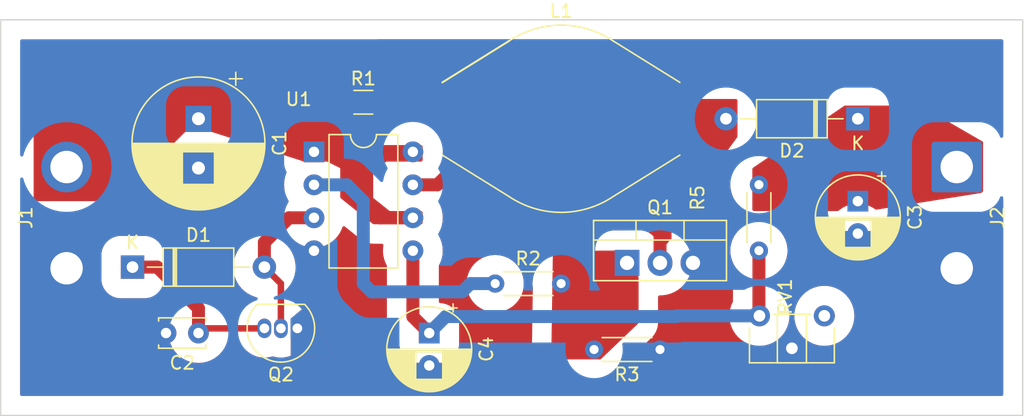
<source format=kicad_pcb>
(kicad_pcb (version 20211014) (generator pcbnew)
  (layers (0 "F.Cu" signal) (31 "B.Cu" signal) (34 "B.Paste" user) (35 "F.Paste" user) (36 "B.SilkS" user "B.Silkscreen") (37 "F.SilkS" user "F.Silkscreen") (38 "B.Mask" user) (39 "F.Mask" user) (44 "Edge.Cuts" user))
  (net 0 "")
  (net 1 "+9V")
  (net 2 "GND")
  (net 3 "Net-(D1-Pad1)")
  (net 4 "VDD")
  (net 5 "Net-(D1-Pad2)")
  (net 6 "Net-(D2-Pad2)")
  (net 7 "Net-(L1-Pad1)")
  (net 8 "Net-(R2-Pad1)")
  (net 9 "FB")
  (net 11 "Net-(Q1-Pad1)")
  (footprint "Inductor_SMD:L_Bourns_SDR1806" (layer "F.Cu") (at 129.54 68.58)
    (fp_text reference "L1" (at 0 -8.3) (layer "F.SilkS"))
    (fp_text value "220u")
    (pad "1" smd rect (at -7.85 0) (size 3 2.9) (layers "F.Cu" "F.Paste" "F.Mask") (net 7 "Net-(L1-Pad1)"))
    (pad "2" smd rect (at 7.85 0 180) (size 3 2.9) (layers "F.Cu" "F.Paste" "F.Mask") (net 6 "Net-(D2-Pad2)"))
  )
  (footprint "Capacitor_THT:C_Disc_D3.4mm_W2.1mm_P2.50mm" (layer "F.Cu") (at 101.6 85.09 180)
    (fp_text reference "C2" (at 1.25 -2.3) (layer "F.SilkS"))
    (fp_text value "2n")
    (pad "1" thru_hole circle (at 0 0 180) (size 1.6 1.6) (drill 0.8) (layers *.Cu *.Mask) (net 3 "Net-(D1-Pad1)"))
    (pad "2" thru_hole circle (at 2.5 0 180) (size 1.6 1.6) (drill 0.8) (layers *.Cu *.Mask) (net 2 "GND"))
  )
  (footprint "Capacitor_THT:CP_Radial_D6.3mm_P2.50mm" (layer "F.Cu") (at 119.38 85.09 -90)
    (fp_text reference "C4" (at 1.25 -4.4 90) (layer "F.SilkS"))
    (fp_text value "4.7u")
    (pad "1" thru_hole rect (at 0 0 270) (size 1.6 1.6) (drill 0.8) (layers *.Cu *.Mask) (net 9 "FB"))
    (pad "2" thru_hole circle (at 2.5 0 270) (size 1.6 1.6) (drill 0.8) (layers *.Cu *.Mask) (net 2 "GND"))
  )
  (footprint "Resistor_THT:R_Axial_DIN0204_L3.6mm_D1.6mm_P5.08mm_Horizontal" (layer "F.Cu") (at 144.78 78.74 90)
    (fp_text reference "R5" (at 4.064 -4.7244 90) (layer "F.SilkS"))
    (fp_text value "1M")
    (pad "1" thru_hole circle (at 0 0 90) (size 1.4 1.4) (drill 0.7) (layers *.Cu *.Mask) (net 9 "FB"))
    (pad "2" thru_hole oval (at 5.08 0 90) (size 1.4 1.4) (drill 0.7) (layers *.Cu *.Mask) (net 4 "VDD"))
  )
  (footprint "Resistor_THT:R_Axial_DIN0204_L3.6mm_D1.6mm_P5.08mm_Horizontal" (layer "F.Cu") (at 137.16 86.36 180)
    (fp_text reference "R3" (at 2.54 -1.92) (layer "F.SilkS"))
    (fp_text value "180")
    (pad "1" thru_hole circle (at 0 0 180) (size 1.4 1.4) (drill 0.7) (layers *.Cu *.Mask) (net 2 "GND"))
    (pad "2" thru_hole oval (at 5.08 0 180) (size 1.4 1.4) (drill 0.7) (layers *.Cu *.Mask) (net 11 "Net-(Q1-Pad1)"))
  )
  (footprint "Capacitor_THT:CP_Radial_D6.3mm_P2.50mm" (layer "F.Cu") (at 152.4 74.93 -90)
    (fp_text reference "C3" (at 1.25 -4.4 90) (layer "F.SilkS"))
    (fp_text value "4.7u")
    (pad "1" thru_hole rect (at 0 0 270) (size 1.6 1.6) (drill 0.8) (layers *.Cu *.Mask) (net 4 "VDD"))
    (pad "2" thru_hole circle (at 2.5 0 270) (size 1.6 1.6) (drill 0.8) (layers *.Cu *.Mask) (net 2 "GND"))
  )
  (footprint "Package_DIP:DIP-8_W7.62mm" (layer "F.Cu") (at 110.5 71.13)
    (fp_text reference "U1" (at -1.1784 -4.0486) (layer "F.SilkS"))
    (fp_text value "MC34063AP")
    (pad "1" thru_hole rect (at 0 0) (size 1.6 1.6) (drill 0.8) (layers *.Cu *.Mask) (net 1 "+9V"))
    (pad "2" thru_hole oval (at 0 2.54) (size 1.6 1.6) (drill 0.8) (layers *.Cu *.Mask) (net 8 "Net-(R2-Pad1)"))
    (pad "3" thru_hole oval (at 0 5.08) (size 1.6 1.6) (drill 0.8) (layers *.Cu *.Mask) (net 5 "Net-(D1-Pad2)"))
    (pad "4" thru_hole oval (at 0 7.62) (size 1.6 1.6) (drill 0.8) (layers *.Cu *.Mask) (net 2 "GND"))
    (pad "5" thru_hole oval (at 7.62 7.62) (size 1.6 1.6) (drill 0.8) (layers *.Cu *.Mask) (net 9 "FB"))
    (pad "6" thru_hole oval (at 7.62 5.08) (size 1.6 1.6) (drill 0.8) (layers *.Cu *.Mask) (net 1 "+9V"))
    (pad "7" thru_hole oval (at 7.62 2.54) (size 1.6 1.6) (drill 0.8) (layers *.Cu *.Mask) (net 7 "Net-(L1-Pad1)"))
    (pad "8" thru_hole oval (at 7.62 0) (size 1.6 1.6) (drill 0.8) (layers *.Cu *.Mask) (net 1 "+9V"))
  )
  (footprint "Potentiometer_THT:Potentiometer_ACP_CA6-H2,5_Horizontal" (layer "F.Cu") (at 149.82 83.765 -90)
    (fp_text reference "RV1" (at -1.47 3.02 90) (layer "F.SilkS"))
    (fp_text value "10k")
    (pad "1" thru_hole circle (at 0 0 270) (size 1.62 1.62) (drill 0.9) (layers *.Cu *.Mask))
    (pad "2" thru_hole circle (at 2.5 2.5 270) (size 1.62 1.62) (drill 0.9) (layers *.Cu *.Mask) (net 2 "GND"))
    (pad "3" thru_hole circle (at 0 5 270) (size 1.62 1.62) (drill 0.9) (layers *.Cu *.Mask) (net 9 "FB"))
  )
  (footprint "Resistor_THT:R_Axial_DIN0204_L3.6mm_D1.6mm_P5.08mm_Horizontal" (layer "F.Cu") (at 124.46 81.28)
    (fp_text reference "R2" (at 2.54 -1.92) (layer "F.SilkS"))
    (fp_text value "100")
    (pad "1" thru_hole circle (at 0 0) (size 1.4 1.4) (drill 0.7) (layers *.Cu *.Mask) (net 8 "Net-(R2-Pad1)"))
    (pad "2" thru_hole oval (at 5.08 0) (size 1.4 1.4) (drill 0.7) (layers *.Cu *.Mask) (net 11 "Net-(Q1-Pad1)"))
  )
  (footprint "Package_TO_SOT_THT:TO-220-3_Vertical" (layer "F.Cu") (at 134.62 79.685)
    (fp_text reference "Q1" (at 2.54 -4.27) (layer "F.SilkS"))
    (fp_text value "MJE13007G")
    (pad "1" thru_hole rect (at 0 0) (size 1.905 2) (drill 1.1) (layers *.Cu *.Mask) (net 11 "Net-(Q1-Pad1)"))
    (pad "2" thru_hole oval (at 2.54 0) (size 1.905 2) (drill 1.1) (layers *.Cu *.Mask) (net 6 "Net-(D2-Pad2)"))
    (pad "3" thru_hole oval (at 5.08 0) (size 1.905 2) (drill 1.1) (layers *.Cu *.Mask) (net 2 "GND"))
  )
  (footprint "Diode_THT:D_A-405_P10.16mm_Horizontal" (layer "F.Cu") (at 96.52 80.01)
    (fp_text reference "D1" (at 5.08 -2.47) (layer "F.SilkS"))
    (fp_text value "D_Schottky")
    (fp_text user "K" (at 0 -1.9) (layer "F.SilkS"))
    (pad "1" thru_hole rect (at 0 0) (size 1.8 1.8) (drill 0.9) (layers *.Cu *.Mask) (net 3 "Net-(D1-Pad1)"))
    (pad "2" thru_hole oval (at 10.16 0) (size 1.8 1.8) (drill 0.9) (layers *.Cu *.Mask) (net 5 "Net-(D1-Pad2)"))
  )
  (footprint "Connector_Wire:SolderWire-2sqmm_1x02_P7.8mm_D2mm_OD3.9mm" (layer "F.Cu") (at 160.02 72.3 -90)
    (fp_text reference "J2" (at 3.9 -3.15 90) (layer "F.SilkS"))
    (fp_text value "Conn_01x02_Female")
    (pad "1" thru_hole roundrect (at 0 0 270) (size 3.9 3.9) (drill 2.5) (layers *.Cu *.Mask) (roundrect_rratio 0.06410307692) (net 4 "VDD"))
    (pad "2" thru_hole circle (at 7.8 0 270) (size 3.9 3.9) (drill 2.5) (layers *.Cu *.Mask) (net 2 "GND"))
  )
  (footprint "Connector_Wire:SolderWire-2sqmm_1x02_P7.8mm_D2mm_OD3.9mm" (layer "F.Cu") (at 91.44 80.1 90)
    (fp_text reference "J1" (at 3.9 -3.15 90) (layer "F.SilkS"))
    (fp_text value "Conn_01x02_Female")
    (pad "1" thru_hole roundrect (at 0 0 90) (size 3.9 3.9) (drill 2.5) (layers *.Cu *.Mask) (roundrect_rratio 0.06410307692) (net 2 "GND"))
    (pad "2" thru_hole circle (at 7.8 0 90) (size 3.9 3.9) (drill 2.5) (layers *.Cu *.Mask) (net 1 "+9V"))
  )
  (footprint "Capacitor_THT:CP_Radial_D10.0mm_P3.80mm" (layer "F.Cu") (at 101.6 68.58 -90)
    (fp_text reference "C1" (at 1.9 -6.25 90) (layer "F.SilkS"))
    (fp_text value "100u")
    (pad "1" thru_hole rect (at 0 0 270) (size 2 2) (drill 1) (layers *.Cu *.Mask) (net 1 "+9V"))
    (pad "2" thru_hole circle (at 3.8 0 270) (size 2 2) (drill 1) (layers *.Cu *.Mask) (net 2 "GND"))
  )
  (footprint "Resistor_SMD:R_1206_3216Metric_Pad1.30x1.75mm_HandSolder" (layer "F.Cu") (at 114.3 67.31)
    (fp_text reference "R1" (at 0 -1.82) (layer "F.SilkS"))
    (fp_text value "0.3")
    (pad "1" smd roundrect (at -1.55 0) (size 1.3 1.75) (layers "F.Cu" "F.Paste" "F.Mask") (roundrect_rratio 0.1923076923) (net 1 "+9V"))
    (pad "2" smd roundrect (at 1.55 0) (size 1.3 1.75) (layers "F.Cu" "F.Paste" "F.Mask") (roundrect_rratio 0.1923076923) (net 7 "Net-(L1-Pad1)"))
  )
  (footprint "Diode_THT:D_A-405_P10.16mm_Horizontal" (layer "F.Cu") (at 152.4 68.58 180)
    (fp_text reference "D2" (at 5.08 -2.47) (layer "F.SilkS"))
    (fp_text value "D")
    (fp_text user "K" (at 0 -1.9) (layer "F.SilkS"))
    (pad "1" thru_hole rect (at 0 0 180) (size 1.8 1.8) (drill 0.9) (layers *.Cu *.Mask) (net 4 "VDD"))
    (pad "2" thru_hole oval (at 10.16 0 180) (size 1.8 1.8) (drill 0.9) (layers *.Cu *.Mask) (net 6 "Net-(D2-Pad2)"))
  )
  (footprint "Package_TO_SOT_THT:TO-92_Inline" (layer "F.Cu") (at 109.22 84.73 180)
    (fp_text reference "Q2" (at 1.27 -3.56) (layer "F.SilkS"))
    (fp_text value "BC557")
    (pad "1" thru_hole rect (at 0 0 180) (size 1.05 1.5) (drill 0.75) (layers *.Cu *.Mask) (net 2 "GND"))
    (pad "2" thru_hole oval (at 1.27 0 180) (size 1.05 1.5) (drill 0.75) (layers *.Cu *.Mask) (net 5 "Net-(D1-Pad2)"))
    (pad "3" thru_hole oval (at 2.54 0 180) (size 1.05 1.5) (drill 0.75) (layers *.Cu *.Mask) (net 3 "Net-(D1-Pad1)"))
  )
  (gr_rect (start 86.36 60.96) (end 165.1 91.44) (layer "Edge.Cuts") (width 0.1) (fill none))
  (segment (start 118.12 76.21) (end 115.58 76.21) (width 1) (layer "F.Cu") (net 1))
  (segment (start 112.75 67.31) (end 111.76 67.31) (width 1) (layer "F.Cu") (net 1))
  (segment (start 101.6 68.58) (end 95.16 68.58) (width 1) (layer "F.Cu") (net 1))
  (segment (start 114.3 74.93) (end 114.3 69.85) (width 1) (layer "F.Cu") (net 1))
  (segment (start 107.95 68.58) (end 110.5 71.13) (width 1) (layer "F.Cu") (net 1))
  (segment (start 115.58 71.13) (end 114.3 69.85) (width 1) (layer "F.Cu") (net 1))
  (segment (start 112.75 68.3) (end 112.75 67.31) (width 1) (layer "F.Cu") (net 1))
  (segment (start 95.16 68.58) (end 91.44 72.3) (width 1) (layer "F.Cu") (net 1))
  (segment (start 110.5 71.13) (end 110.5 68.57) (width 1) (layer "F.Cu") (net 1))
  (segment (start 115.58 76.21) (end 114.3 74.93) (width 1) (layer "F.Cu") (net 1))
  (segment (start 114.3 69.85) (end 112.75 68.3) (width 1) (layer "F.Cu") (net 1))
  (segment (start 118.12 71.13) (end 115.58 71.13) (width 1) (layer "F.Cu") (net 1))
  (segment (start 101.6 68.58) (end 107.95 68.58) (width 1) (layer "F.Cu") (net 1))
  (segment (start 110.5 68.57) (end 111.76 67.31) (width 1) (layer "F.Cu") (net 1))
  (segment (start 101.96 84.73) (end 101.6 85.09) (width 0.5) (layer "F.Cu") (net 3))
  (segment (start 101.6 85.09) (end 101.6 83.185) (width 1) (layer "F.Cu") (net 3))
  (segment (start 98.425 80.01) (end 96.52 80.01) (width 1) (layer "F.Cu") (net 3))
  (segment (start 106.68 84.73) (end 101.96 84.73) (width 0.5) (layer "F.Cu") (net 3))
  (segment (start 101.6 83.185) (end 98.425 80.01) (width 1) (layer "F.Cu") (net 3))
  (segment (start 152.49 72.3) (end 152.4 72.39) (width 1) (layer "F.Cu") (net 4))
  (segment (start 152.4 73.66) (end 152.4 74.93) (width 1) (layer "F.Cu") (net 4))
  (segment (start 152.4 72.39) (end 152.4 73.66) (width 1) (layer "F.Cu") (net 4))
  (segment (start 160.02 72.3) (end 152.49 72.3) (width 1) (layer "F.Cu") (net 4))
  (segment (start 144.78 73.66) (end 152.4 73.66) (width 1) (layer "F.Cu") (net 4))
  (segment (start 152.4 68.58) (end 152.4 72.39) (width 1) (layer "F.Cu") (net 4))
  (segment (start 108.575 76.21) (end 106.68 78.105) (width 1) (layer "F.Cu") (net 5))
  (segment (start 107.95 84.73) (end 107.95 81.28) (width 0.5) (layer "F.Cu") (net 5))
  (segment (start 107.95 81.28) (end 106.68 80.01) (width 0.5) (layer "F.Cu") (net 5))
  (segment (start 110.5 76.21) (end 108.575 76.21) (width 1) (layer "F.Cu") (net 5))
  (segment (start 106.68 78.105) (end 106.68 80.01) (width 1) (layer "F.Cu") (net 5))
  (segment (start 137.16 79.685) (end 137.16 68.81) (width 1) (layer "F.Cu") (net 6))
  (segment (start 137.16 68.81) (end 137.39 68.58) (width 1) (layer "F.Cu") (net 6))
  (segment (start 142.24 68.58) (end 137.39 68.58) (width 1) (layer "F.Cu") (net 6))
  (segment (start 120.005 73.67) (end 121.69 71.985) (width 1) (layer "F.Cu") (net 7))
  (segment (start 120.65 68.58) (end 119.38 67.31) (width 1) (layer "F.Cu") (net 7))
  (segment (start 121.69 71.985) (end 121.69 68.58) (width 1) (layer "F.Cu") (net 7))
  (segment (start 119.38 67.31) (end 115.85 67.31) (width 1) (layer "F.Cu") (net 7))
  (segment (start 118.12 73.67) (end 120.005 73.67) (width 1) (layer "F.Cu") (net 7))
  (segment (start 121.69 68.58) (end 120.65 68.58) (width 1) (layer "F.Cu") (net 7))
  (segment (start 114.3 81.28) (end 114.935 81.915) (width 1) (layer "B.Cu") (net 8))
  (segment (start 122.555 81.28) (end 124.46 81.28) (width 1) (layer "B.Cu") (net 8))
  (segment (start 114.935 81.915) (end 121.92 81.915) (width 1) (layer "B.Cu") (net 8))
  (segment (start 121.92 81.915) (end 122.555 81.28) (width 1) (layer "B.Cu") (net 8))
  (segment (start 113.04 73.67) (end 114.3 74.93) (width 1) (layer "B.Cu") (net 8))
  (segment (start 110.5 73.67) (end 113.04 73.67) (width 1) (layer "B.Cu") (net 8))
  (segment (start 114.3 74.93) (end 114.3 81.28) (width 1) (layer "B.Cu") (net 8))
  (segment (start 144.78 83.725) (end 144.82 83.765) (width 1) (layer "F.Cu") (net 9))
  (segment (start 118.12 78.75) (end 118.12 83.83) (width 1) (layer "F.Cu") (net 9))
  (segment (start 118.12 83.83) (end 119.38 85.09) (width 1) (layer "F.Cu") (net 9))
  (segment (start 144.78 78.74) (end 144.78 83.725) (width 1) (layer "F.Cu") (net 9))
  (segment (start 138.43 83.82) (end 138.485 83.765) (width 1) (layer "B.Cu") (net 9))
  (segment (start 138.485 83.765) (end 144.82 83.765) (width 1) (layer "B.Cu") (net 9))
  (segment (start 120.65 83.82) (end 138.43 83.82) (width 1) (layer "B.Cu") (net 9))
  (segment (start 119.38 85.09) (end 120.65 83.82) (width 1) (layer "B.Cu") (net 9))
  (segment (start 130.485 82.225) (end 132.08 82.225) (width 1) (layer "F.Cu") (net 11))
  (segment (start 132.08 86.36) (end 132.08 82.225) (width 1) (layer "F.Cu") (net 11))
  (segment (start 132.08 82.225) (end 134.62 79.685) (width 1) (layer "F.Cu") (net 11))
  (segment (start 129.54 81.28) (end 130.485 82.225) (width 1) (layer "F.Cu") (net 11))
  (zone (net 6) (net_name "Net-(D2-Pad2)") (layer "F.Cu") (priority 1) (connect_pads yes (clearance 1.5)) (min_thickness 0.254) (fill yes (thermal_gap 0.508) (thermal_bridge_width 0.508))
    (polygon (pts (xy 143.129 69.977) (xy 138.049 76.962) (xy 138.049 80.645) (xy 136.271 80.645) (xy 136.271 76.708) (xy 135.89 70.104) (xy 135.89 67.056) (xy 143.129 67.056)))
  )
  (zone (net 4) (net_name "VDD") (layer "F.Cu") (priority 1) (connect_pads yes (clearance 1.5)) (min_thickness 0.254) (fill yes (thermal_gap 0.508) (thermal_bridge_width 0.508))
    (polygon (pts (xy 162.052 70.358) (xy 162.052 74.168) (xy 161.925 74.295) (xy 153.162 75.692) (xy 144.272 75.692) (xy 144.272 72.39) (xy 151.384 67.564) (xy 157.226 67.564)))
  )
  (zone (net 11) (net_name "Net-(Q1-Pad1)") (layer "F.Cu") (priority 1) (connect_pads yes (clearance 1)) (min_thickness 0.254) (fill yes (thermal_gap 0.508) (thermal_bridge_width 0.508))
    (polygon (pts (xy 135.509 84.328) (xy 132.588 87.122) (xy 131.318 87.122) (xy 128.778 87.122) (xy 128.905 78.867) (xy 132.461 78.74) (xy 135.509 78.74)))
  )
  (zone (net 2) (net_name "GND") (layers F&B.Cu) (connect_pads yes (clearance 1.5)) (min_thickness 0.254) (fill yes (thermal_gap 0.508) (thermal_bridge_width 0.508) (smoothing fillet))
    (polygon (pts (xy 165.227 91.44) (xy 86.36 91.44) (xy 86.36 60.96) (xy 165.227 60.96)))
  )
  (zone (net 2) (net_name "GND") (layers F&B.Cu) (priority 1) (connect_pads yes (clearance 0.1)) (min_thickness 0.254) (fill yes (thermal_gap 0.508) (thermal_bridge_width 0.508))
    (polygon (pts (xy 111.887 86.8172) (xy 108.712 86.9442) (xy 108.712 83.9724) (xy 110.0328 82.8802)))
  )
  (zone (net 0) (net_name "") (layer "F.Cu") (connect_pads yes (clearance 0)) (min_thickness 0.254)
    (keepout (tracks allowed) (vias allowed) (pads allowed) (copperpour not_allowed) (footprints allowed))
    (fill (thermal_gap 0.508) (thermal_bridge_width 0.508))
    (polygon (pts (xy 123.267754 64.772585) (xy 123.197754 71.252585) (xy 120.015 71.374) (xy 119.761 68.707) (xy 115.062 68.58) (xy 115.02981 64.771257)))
  )
  (zone (net 1) (net_name "+9V") (layer "F.Cu") (priority 1) (connect_pads yes (clearance 1)) (min_thickness 0.254) (fill yes (thermal_gap 0.508) (thermal_bridge_width 0.508))
    (polygon (pts (xy 113.792 68.58) (xy 115.824 70.612) (xy 118.872 70.612) (xy 118.872 71.882) (xy 116.078 71.882) (xy 115.062 72.644) (xy 115.062 74.676) (xy 116.332 75.692) (xy 118.872 75.692) (xy 118.872 76.708) (xy 115.062 76.708) (xy 112.522 74.676) (xy 112.522 72.39) (xy 111.506 71.882) (xy 109.728 71.882) (xy 102.616 69.596) (xy 100.584 69.596) (xy 95.25 74.93) (xy 88.9 74.93) (xy 88.9 62.484) (xy 113.792 62.484)))
  )
)
</source>
